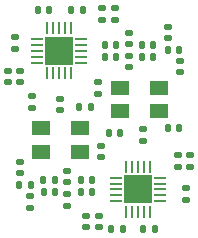
<source format=gbr>
%TF.GenerationSoftware,KiCad,Pcbnew,6.0.7-f9a2dced07~116~ubuntu20.04.1*%
%TF.CreationDate,2022-09-18T16:57:56+02:00*%
%TF.ProjectId,SRRReceiver,53525252-6563-4656-9976-65722e6b6963,rev?*%
%TF.SameCoordinates,Original*%
%TF.FileFunction,Soldermask,Top*%
%TF.FilePolarity,Negative*%
%FSLAX46Y46*%
G04 Gerber Fmt 4.6, Leading zero omitted, Abs format (unit mm)*
G04 Created by KiCad (PCBNEW 6.0.7-f9a2dced07~116~ubuntu20.04.1) date 2022-09-18 16:57:56*
%MOMM*%
%LPD*%
G01*
G04 APERTURE LIST*
G04 Aperture macros list*
%AMRoundRect*
0 Rectangle with rounded corners*
0 $1 Rounding radius*
0 $2 $3 $4 $5 $6 $7 $8 $9 X,Y pos of 4 corners*
0 Add a 4 corners polygon primitive as box body*
4,1,4,$2,$3,$4,$5,$6,$7,$8,$9,$2,$3,0*
0 Add four circle primitives for the rounded corners*
1,1,$1+$1,$2,$3*
1,1,$1+$1,$4,$5*
1,1,$1+$1,$6,$7*
1,1,$1+$1,$8,$9*
0 Add four rect primitives between the rounded corners*
20,1,$1+$1,$2,$3,$4,$5,0*
20,1,$1+$1,$4,$5,$6,$7,0*
20,1,$1+$1,$6,$7,$8,$9,0*
20,1,$1+$1,$8,$9,$2,$3,0*%
G04 Aperture macros list end*
%ADD10RoundRect,0.140000X0.170000X-0.140000X0.170000X0.140000X-0.170000X0.140000X-0.170000X-0.140000X0*%
%ADD11RoundRect,0.140000X-0.170000X0.140000X-0.170000X-0.140000X0.170000X-0.140000X0.170000X0.140000X0*%
%ADD12RoundRect,0.140000X-0.140000X-0.170000X0.140000X-0.170000X0.140000X0.170000X-0.140000X0.170000X0*%
%ADD13RoundRect,0.147500X0.147500X0.172500X-0.147500X0.172500X-0.147500X-0.172500X0.147500X-0.172500X0*%
%ADD14RoundRect,0.140000X0.140000X0.170000X-0.140000X0.170000X-0.140000X-0.170000X0.140000X-0.170000X0*%
%ADD15RoundRect,0.062500X-0.425000X-0.062500X0.425000X-0.062500X0.425000X0.062500X-0.425000X0.062500X0*%
%ADD16RoundRect,0.062500X-0.062500X-0.425000X0.062500X-0.425000X0.062500X0.425000X-0.062500X0.425000X0*%
%ADD17R,2.400000X2.400000*%
%ADD18RoundRect,0.062500X0.425000X0.062500X-0.425000X0.062500X-0.425000X-0.062500X0.425000X-0.062500X0*%
%ADD19RoundRect,0.062500X0.062500X0.425000X-0.062500X0.425000X-0.062500X-0.425000X0.062500X-0.425000X0*%
%ADD20RoundRect,0.147500X-0.147500X-0.172500X0.147500X-0.172500X0.147500X0.172500X-0.147500X0.172500X0*%
%ADD21RoundRect,0.147500X0.172500X-0.147500X0.172500X0.147500X-0.172500X0.147500X-0.172500X-0.147500X0*%
%ADD22R,1.600000X1.300000*%
%ADD23RoundRect,0.135000X-0.135000X-0.185000X0.135000X-0.185000X0.135000X0.185000X-0.135000X0.185000X0*%
%ADD24RoundRect,0.147500X-0.172500X0.147500X-0.172500X-0.147500X0.172500X-0.147500X0.172500X0.147500X0*%
%ADD25RoundRect,0.135000X0.135000X0.185000X-0.135000X0.185000X-0.135000X-0.185000X0.135000X-0.185000X0*%
G04 APERTURE END LIST*
D10*
%TO.C,C5*%
X124237500Y-98780000D03*
X124237500Y-97820000D03*
%TD*%
D11*
%TO.C,C6*%
X124400000Y-91908154D03*
X124400000Y-92868154D03*
%TD*%
D12*
%TO.C,C7*%
X125098750Y-90788154D03*
X126058750Y-90788154D03*
%TD*%
%TO.C,C32*%
X127920000Y-83350000D03*
X128880000Y-83350000D03*
%TD*%
D13*
%TO.C,L6*%
X131085000Y-83800000D03*
X130115000Y-83800000D03*
%TD*%
D10*
%TO.C,C31*%
X126800000Y-85230000D03*
X126800000Y-84270000D03*
%TD*%
D13*
%TO.C,L5*%
X128885000Y-84400000D03*
X127915000Y-84400000D03*
%TD*%
D14*
%TO.C,C18*%
X123580000Y-88600000D03*
X122620000Y-88600000D03*
%TD*%
D11*
%TO.C,C15*%
X121600000Y-94020000D03*
X121600000Y-94980000D03*
%TD*%
D15*
%TO.C,U2*%
X119012500Y-82850000D03*
X119012500Y-83350000D03*
X119012500Y-83850000D03*
X119012500Y-84350000D03*
X119012500Y-84850000D03*
D16*
X119900000Y-85737500D03*
X120400000Y-85737500D03*
X120900000Y-85737500D03*
X121400000Y-85737500D03*
X121900000Y-85737500D03*
D15*
X122787500Y-84850000D03*
X122787500Y-84350000D03*
X122787500Y-83850000D03*
X122787500Y-83350000D03*
X122787500Y-82850000D03*
D16*
X121900000Y-81962500D03*
X121400000Y-81962500D03*
X120900000Y-81962500D03*
X120400000Y-81962500D03*
X119900000Y-81962500D03*
D17*
X120900000Y-83850000D03*
%TD*%
D11*
%TO.C,C33*%
X130100000Y-81820000D03*
X130100000Y-82780000D03*
%TD*%
%TO.C,C2*%
X130978750Y-92708154D03*
X130978750Y-93668154D03*
%TD*%
D10*
%TO.C,C28*%
X131658750Y-96468154D03*
X131658750Y-95508154D03*
%TD*%
D12*
%TO.C,C14*%
X122720000Y-95788154D03*
X123680000Y-95788154D03*
%TD*%
D18*
%TO.C,U1*%
X129458750Y-96588154D03*
X129458750Y-96088154D03*
X129458750Y-95588154D03*
X129458750Y-95088154D03*
X129458750Y-94588154D03*
D19*
X128571250Y-93700654D03*
X128071250Y-93700654D03*
X127571250Y-93700654D03*
X127071250Y-93700654D03*
X126571250Y-93700654D03*
D18*
X125683750Y-94588154D03*
X125683750Y-95088154D03*
X125683750Y-95588154D03*
X125683750Y-96088154D03*
X125683750Y-96588154D03*
D19*
X126571250Y-97475654D03*
X127071250Y-97475654D03*
X127571250Y-97475654D03*
X128071250Y-97475654D03*
X128571250Y-97475654D03*
D17*
X127571250Y-95588154D03*
%TD*%
D20*
%TO.C,L2*%
X119565000Y-94788154D03*
X120535000Y-94788154D03*
%TD*%
D10*
%TO.C,C21*%
X116600000Y-86480000D03*
X116600000Y-85520000D03*
%TD*%
D11*
%TO.C,C24*%
X125600000Y-80270000D03*
X125600000Y-81230000D03*
%TD*%
D10*
%TO.C,C25*%
X121000000Y-88880000D03*
X121000000Y-87920000D03*
%TD*%
D11*
%TO.C,C20*%
X118600000Y-87720000D03*
X118600000Y-88680000D03*
%TD*%
%TO.C,C19*%
X117550000Y-93270000D03*
X117550000Y-94230000D03*
%TD*%
%TO.C,C1*%
X131978750Y-92708154D03*
X131978750Y-93668154D03*
%TD*%
%TO.C,C12*%
X117200000Y-82720000D03*
X117200000Y-83680000D03*
%TD*%
D14*
%TO.C,C11*%
X128980000Y-98900000D03*
X128020000Y-98900000D03*
%TD*%
D10*
%TO.C,C27*%
X124200000Y-87480000D03*
X124200000Y-86520000D03*
%TD*%
%TO.C,C3*%
X123200000Y-98780000D03*
X123200000Y-97820000D03*
%TD*%
D14*
%TO.C,C10*%
X131080000Y-90400000D03*
X130120000Y-90400000D03*
%TD*%
%TO.C,C29*%
X125730000Y-84400000D03*
X124770000Y-84400000D03*
%TD*%
D11*
%TO.C,C4*%
X127978750Y-90508154D03*
X127978750Y-91468154D03*
%TD*%
D14*
%TO.C,C16*%
X120538750Y-95800000D03*
X119578750Y-95800000D03*
%TD*%
D21*
%TO.C,L4*%
X126800000Y-83285000D03*
X126800000Y-82315000D03*
%TD*%
D14*
%TO.C,C30*%
X125730000Y-83400000D03*
X124770000Y-83400000D03*
%TD*%
D12*
%TO.C,C13*%
X122720000Y-94788154D03*
X123680000Y-94788154D03*
%TD*%
D22*
%TO.C,Y1*%
X129366250Y-86988154D03*
X126066250Y-86988154D03*
X126066250Y-88988154D03*
X129366250Y-88988154D03*
%TD*%
D12*
%TO.C,C23*%
X119120000Y-80400000D03*
X120080000Y-80400000D03*
%TD*%
D23*
%TO.C,R2*%
X121890000Y-80400000D03*
X122910000Y-80400000D03*
%TD*%
D22*
%TO.C,Y2*%
X119350000Y-92400000D03*
X122650000Y-92400000D03*
X122650000Y-90400000D03*
X119350000Y-90400000D03*
%TD*%
D11*
%TO.C,C26*%
X124500000Y-80270000D03*
X124500000Y-81230000D03*
%TD*%
D24*
%TO.C,L1*%
X121600000Y-96015000D03*
X121600000Y-96985000D03*
%TD*%
D10*
%TO.C,C17*%
X118458750Y-97130000D03*
X118458750Y-96170000D03*
%TD*%
D20*
%TO.C,L3*%
X117515000Y-95200000D03*
X118485000Y-95200000D03*
%TD*%
D10*
%TO.C,C34*%
X131100000Y-85680000D03*
X131100000Y-84720000D03*
%TD*%
%TO.C,C22*%
X117600000Y-86480000D03*
X117600000Y-85520000D03*
%TD*%
D25*
%TO.C,R1*%
X126310000Y-98900000D03*
X125290000Y-98900000D03*
%TD*%
M02*

</source>
